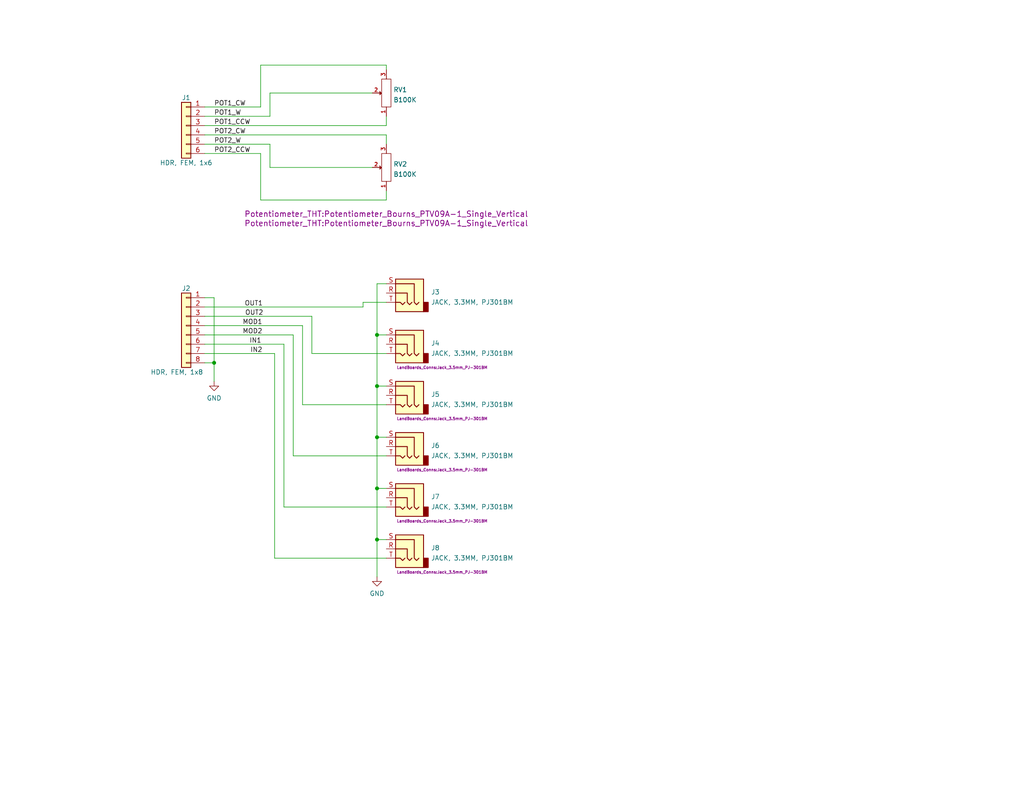
<source format=kicad_sch>
(kicad_sch (version 20211123) (generator eeschema)
  (paper "A")
  (title_block (date "2022-10-17"))
  (lib_symbols
    (symbol "Connector:AudioJack3"
      (property "Reference" "J" (at 0 8.89 0))
      (property "Value" "AudioJack3" (at 0 6.35 0))
      (symbol "AudioJack3_0_1"
        (rectangle (start -5.08 -5.08) (end -6.35 -2.54) (stroke (width 0.254)) (fill (type outline)))
        (polyline (pts (xy 0 -2.54) (xy 0.635 -3.175) (xy 1.27 -2.54) (xy 2.54 -2.54)) (stroke (width 0.254)))
        (polyline (pts (xy -1.905 -2.54) (xy -1.27 -3.175) (xy -0.635 -2.54) (xy -0.635 0) (xy 2.54 0)) (stroke (width 0.254)))
        (polyline (pts (xy 2.54 2.54) (xy -2.54 2.54) (xy -2.54 -2.54) (xy -3.175 -3.175) (xy -3.81 -2.54)) (stroke (width 0.254)))
        (rectangle (start 2.54 3.81) (end -5.08 -5.08) (stroke (width 0.254)) (fill (type background)))
      )
      (symbol "AudioJack3_1_1"
        (pin passive line (at 5.08 0 180) (length 2.54) (name "~") (number "R"))
        (pin passive line (at 5.08 2.54 180) (length 2.54) (name "~") (number "S"))
        (pin passive line (at 5.08 -2.54 180) (length 2.54) (name "~") (number "T"))
      )
    )
    (symbol "Connector_Generic:Conn_01x06" (pin_names (offset 1.016) hide)
      (property "Reference" "J" (at 0 7.62 0))
      (property "Value" "Conn_01x06" (at 0 -10.16 0))
      (symbol "Conn_01x06_1_1"
        (rectangle (start -1.27 -7.493) (end 0 -7.747) (stroke (width 0.1524)))
        (rectangle (start -1.27 -4.953) (end 0 -5.207) (stroke (width 0.1524)))
        (rectangle (start -1.27 -2.413) (end 0 -2.667) (stroke (width 0.1524)))
        (rectangle (start -1.27 0.127) (end 0 -0.127) (stroke (width 0.1524)))
        (rectangle (start -1.27 2.667) (end 0 2.413) (stroke (width 0.1524)))
        (rectangle (start -1.27 5.207) (end 0 4.953) (stroke (width 0.1524)))
        (rectangle (start -1.27 6.35) (end 1.27 -8.89) (stroke (width 0.254)) (fill (type background)))
        (pin passive line (at -5.08 5.08 0) (length 3.81) (name "Pin_1") (number "1"))
        (pin passive line (at -5.08 2.54 0) (length 3.81) (name "Pin_2") (number "2"))
        (pin passive line (at -5.08 0 0) (length 3.81) (name "Pin_3") (number "3"))
        (pin passive line (at -5.08 -2.54 0) (length 3.81) (name "Pin_4") (number "4"))
        (pin passive line (at -5.08 -5.08 0) (length 3.81) (name "Pin_5") (number "5"))
        (pin passive line (at -5.08 -7.62 0) (length 3.81) (name "Pin_6") (number "6"))
      )
    )
    (symbol "Connector_Generic:Conn_01x08" (pin_names (offset 1.016) hide)
      (property "Reference" "J" (at 0 10.16 0))
      (property "Value" "Conn_01x08" (at 0 -12.7 0))
      (symbol "Conn_01x08_1_1"
        (rectangle (start -1.27 -10.033) (end 0 -10.287) (stroke (width 0.1524)))
        (rectangle (start -1.27 -7.493) (end 0 -7.747) (stroke (width 0.1524)))
        (rectangle (start -1.27 -4.953) (end 0 -5.207) (stroke (width 0.1524)))
        (rectangle (start -1.27 -2.413) (end 0 -2.667) (stroke (width 0.1524)))
        (rectangle (start -1.27 0.127) (end 0 -0.127) (stroke (width 0.1524)))
        (rectangle (start -1.27 2.667) (end 0 2.413) (stroke (width 0.1524)))
        (rectangle (start -1.27 5.207) (end 0 4.953) (stroke (width 0.1524)))
        (rectangle (start -1.27 7.747) (end 0 7.493) (stroke (width 0.1524)))
        (rectangle (start -1.27 8.89) (end 1.27 -11.43) (stroke (width 0.254)) (fill (type background)))
        (pin passive line (at -5.08 7.62 0) (length 3.81) (name "Pin_1") (number "1"))
        (pin passive line (at -5.08 5.08 0) (length 3.81) (name "Pin_2") (number "2"))
        (pin passive line (at -5.08 2.54 0) (length 3.81) (name "Pin_3") (number "3"))
        (pin passive line (at -5.08 0 0) (length 3.81) (name "Pin_4") (number "4"))
        (pin passive line (at -5.08 -2.54 0) (length 3.81) (name "Pin_5") (number "5"))
        (pin passive line (at -5.08 -5.08 0) (length 3.81) (name "Pin_6") (number "6"))
        (pin passive line (at -5.08 -7.62 0) (length 3.81) (name "Pin_7") (number "7"))
        (pin passive line (at -5.08 -10.16 0) (length 3.81) (name "Pin_8") (number "8"))
      )
    )
    (symbol "LandBoards:POT" (pin_names (offset 1.016) hide)
      (property "Reference" "RV" (at 0 -2.54 0))
      (property "Value" "POT" (at 0 0 0))
      (symbol "POT_0_1"
        (rectangle (start -3.81 1.27) (end 3.81 -1.27))
        (polyline (pts (xy 0 1.27) (xy -0.508 1.778) (xy 0.508 1.778)) (fill (type outline)))
      )
      (symbol "POT_1_1"
        (pin passive line (at -6.35 0 0) (length 2.54) (name "1") (number "1"))
        (pin passive line (at 0 3.81 270) (length 2.032) (name "2") (number "2"))
        (pin passive line (at 6.35 0 180) (length 2.54) (name "3") (number "3"))
      )
    )
    (symbol "power:GND" (power) (pin_names (offset 0))
      (property "Value" "GND" (at 0 -3.81 0))
      (symbol "GND_0_1"
        (polyline (pts (xy 0 0) (xy 0 -1.27) (xy 1.27 -1.27) (xy 0 -2.54) (xy -1.27 -1.27) (xy 0 -1.27)))
      )
      (symbol "GND_1_1"
        (pin power_in line (at 0 0 270) (length 0) hide (name "GND") (number "1"))
      )
    )
  )
  (junction (at 102.87 147.32))
  (junction (at 102.87 119.38))
  (junction (at 102.87 105.41))
  (junction (at 58.42 99.06))
  (junction (at 102.87 133.35))
  (junction (at 102.87 91.44))
  (wire (pts (xy 71.12 54.61) (xy 105.41 54.61)))
  (wire (pts (xy 105.41 17.78) (xy 105.41 19.05)))
  (wire (pts (xy 102.87 133.35) (xy 105.41 133.35)))
  (wire (pts (xy 55.88 88.9) (xy 82.55 88.9)))
  (wire (pts (xy 80.01 91.44) (xy 80.01 124.46)))
  (wire (pts (xy 77.47 138.43) (xy 105.41 138.43)))
  (wire (pts (xy 85.09 86.36) (xy 85.09 96.52)))
  (wire (pts (xy 105.41 77.47) (xy 102.87 77.47)))
  (wire (pts (xy 102.87 147.32) (xy 102.87 157.48)))
  (wire (pts (xy 55.88 36.83) (xy 105.41 36.83)))
  (wire (pts (xy 102.87 105.41) (xy 105.41 105.41)))
  (wire (pts (xy 71.12 17.78) (xy 105.41 17.78)))
  (wire (pts (xy 102.87 105.41) (xy 102.87 119.38)))
  (wire (pts (xy 77.47 93.98) (xy 77.47 138.43)))
  (wire (pts (xy 102.87 119.38) (xy 102.87 133.35)))
  (wire (pts (xy 73.66 45.72) (xy 101.6 45.72)))
  (wire (pts (xy 58.42 99.06) (xy 55.88 99.06)))
  (wire (pts (xy 85.09 96.52) (xy 105.41 96.52)))
  (wire (pts (xy 55.88 34.29) (xy 105.41 34.29)))
  (wire (pts (xy 55.88 83.82) (xy 99.06 83.82)))
  (wire (pts (xy 55.88 86.36) (xy 85.09 86.36)))
  (wire (pts (xy 102.87 147.32) (xy 105.41 147.32)))
  (wire (pts (xy 55.88 81.28) (xy 58.42 81.28)))
  (wire (pts (xy 102.87 77.47) (xy 102.87 91.44)))
  (wire (pts (xy 55.88 93.98) (xy 77.47 93.98)))
  (wire (pts (xy 102.87 91.44) (xy 102.87 105.41)))
  (wire (pts (xy 80.01 124.46) (xy 105.41 124.46)))
  (wire (pts (xy 55.88 29.21) (xy 71.12 29.21)))
  (wire (pts (xy 102.87 133.35) (xy 102.87 147.32)))
  (wire (pts (xy 73.66 31.75) (xy 73.66 25.4)))
  (wire (pts (xy 82.55 88.9) (xy 82.55 110.49)))
  (wire (pts (xy 102.87 91.44) (xy 105.41 91.44)))
  (wire (pts (xy 71.12 29.21) (xy 71.12 17.78)))
  (wire (pts (xy 102.87 119.38) (xy 105.41 119.38)))
  (wire (pts (xy 99.06 83.82) (xy 99.06 82.55)))
  (wire (pts (xy 105.41 36.83) (xy 105.41 39.37)))
  (wire (pts (xy 74.93 152.4) (xy 105.41 152.4)))
  (wire (pts (xy 55.88 41.91) (xy 71.12 41.91)))
  (wire (pts (xy 105.41 54.61) (xy 105.41 52.07)))
  (wire (pts (xy 71.12 41.91) (xy 71.12 54.61)))
  (wire (pts (xy 74.93 96.52) (xy 74.93 152.4)))
  (wire (pts (xy 105.41 31.75) (xy 105.41 34.29)))
  (wire (pts (xy 58.42 99.06) (xy 58.42 104.14)))
  (wire (pts (xy 55.88 31.75) (xy 73.66 31.75)))
  (wire (pts (xy 55.88 39.37) (xy 73.66 39.37)))
  (wire (pts (xy 55.88 91.44) (xy 80.01 91.44)))
  (wire (pts (xy 99.06 82.55) (xy 105.41 82.55)))
  (wire (pts (xy 82.55 110.49) (xy 105.41 110.49)))
  (wire (pts (xy 74.93 96.52) (xy 55.88 96.52)))
  (wire (pts (xy 58.42 81.28) (xy 58.42 99.06)))
  (wire (pts (xy 73.66 39.37) (xy 73.66 45.72)))
  (wire (pts (xy 73.66 25.4) (xy 101.6 25.4)))
  (label "MOD1" (at 71.628 88.9 180))
  (label "IN2" (at 71.628 96.52 180))
  (label "IN1" (at 71.374 93.98 180))
  (label "POT2_CW" (at 58.42 36.83 0))
  (label "POT1_CW" (at 58.42 29.21 0))
  (label "POT2_W" (at 58.42 39.37 0))
  (label "OUT2" (at 71.882 86.36 180))
  (label "OUT1" (at 71.755 83.82 180))
  (label "MOD2" (at 71.628 91.44 180))
  (label "POT1_W" (at 58.42 31.75 0))
  (label "POT2_CCW" (at 58.42 41.91 0))
  (label "POT1_CCW" (at 58.42 34.29 0))
  (symbol (lib_id "Connector:AudioJack3") (at 110.49 149.86 0) (mirror y) (unit 1)
    (property "Reference" "J8" (at 117.602 149.5865 0) (effects (justify right)))
    (property "Value" "JACK, 3.3MM, PJ301BM" (at 117.602 152.3616 0) (effects (justify right)))
    (property "Footprint" "LandBoards_Conns:Jack_3.5mm_PJ-301BM" (at 120.65 156.21 0) (effects (font (size 0.762 0.762))))
  )
  (symbol (lib_id "power:GND") (at 102.87 157.48 0) (mirror y) (unit 1)
    (property "Reference" "#PWR0102" (effects hide))
    (property "Value" "GND" (at 102.87 162.0425 0))
  )
  (symbol (lib_id "power:GND") (at 58.42 104.14 0) (mirror y) (unit 1)
    (property "Reference" "#PWR0101" (effects hide))
    (property "Value" "GND" (at 58.42 108.7025 0))
  )
  (symbol (lib_id "LandBoards:POT") (at 105.41 45.72 90) (unit 1)
    (property "Reference" "RV2" (at 107.315 44.8115 90) (effects (justify right)))
    (property "Value" "B100K" (at 107.315 47.5866 90) (effects (justify right)))
    (property "Footprint" "Potentiometer_THT:Potentiometer_Bourns_PTV09A-1_Single_Vertical" (at 105.41 60.96 90) (effects (font (size 1.524 1.524))))
  )
  (symbol (lib_id "Connector:AudioJack3") (at 110.49 80.01 0) (mirror y) (unit 1)
    (property "Reference" "J3" (at 117.602 79.7365 0) (effects (justify right)))
    (property "Value" "JACK, 3.3MM, PJ301BM" (at 117.602 82.5116 0) (effects (justify right)))
    (property "Footprint" "LandBoards_Conns:Jack_3.5mm_PJ-301BM" (effects hide))
  )
  (symbol (lib_id "Connector:AudioJack3") (at 110.49 121.92 0) (mirror y) (unit 1)
    (property "Reference" "J6" (at 117.602 121.6465 0) (effects (justify right)))
    (property "Value" "JACK, 3.3MM, PJ301BM" (at 117.602 124.4216 0) (effects (justify right)))
    (property "Footprint" "LandBoards_Conns:Jack_3.5mm_PJ-301BM" (at 120.65 128.27 0) (effects (font (size 0.762 0.762))))
  )
  (symbol (lib_id "Connector:AudioJack3") (at 110.49 93.98 0) (mirror y) (unit 1)
    (property "Reference" "J4" (at 117.602 93.7065 0) (effects (justify right)))
    (property "Value" "JACK, 3.3MM, PJ301BM" (at 117.602 96.4816 0) (effects (justify right)))
    (property "Footprint" "LandBoards_Conns:Jack_3.5mm_PJ-301BM" (at 120.65 100.33 0) (effects (font (size 0.762 0.762))))
  )
  (symbol (lib_id "Connector_Generic:Conn_01x08") (at 50.8 88.9 0) (mirror y) (unit 1)
    (property "Reference" "J2" (at 50.8 78.74 0))
    (property "Value" "HDR, FEM, 1x8" (at 48.26 101.6 0))
    (property "Footprint" "Connector_PinSocket_2.54mm:PinSocket_1x08_P2.54mm_Vertical" (effects hide))
  )
  (symbol (lib_id "Connector:AudioJack3") (at 110.49 107.95 0) (mirror y) (unit 1)
    (property "Reference" "J5" (at 117.602 107.6765 0) (effects (justify right)))
    (property "Value" "JACK, 3.3MM, PJ301BM" (at 117.602 110.4516 0) (effects (justify right)))
    (property "Footprint" "LandBoards_Conns:Jack_3.5mm_PJ-301BM" (at 120.65 114.3 0) (effects (font (size 0.762 0.762))))
  )
  (symbol (lib_id "Connector_Generic:Conn_01x06") (at 50.8 34.29 0) (mirror y) (unit 1)
    (property "Reference" "J1" (at 50.8 26.67 0))
    (property "Value" "HDR, FEM, 1x6" (at 50.8 44.45 0))
    (property "Footprint" "Connector_PinSocket_2.54mm:PinSocket_1x06_P2.54mm_Vertical" (effects hide))
  )
  (symbol (lib_id "LandBoards:POT") (at 105.41 25.4 90) (unit 1)
    (property "Reference" "RV1" (at 107.315 24.4915 90) (effects (justify right)))
    (property "Value" "B100K" (at 107.315 27.2666 90) (effects (justify right)))
    (property "Footprint" "Potentiometer_THT:Potentiometer_Bourns_PTV09A-1_Single_Vertical" (at 105.41 58.42 90) (effects (font (size 1.524 1.524))))
  )
  (symbol (lib_id "Connector:AudioJack3") (at 110.49 135.89 0) (mirror y) (unit 1)
    (property "Reference" "J7" (at 117.602 135.6165 0) (effects (justify right)))
    (property "Value" "JACK, 3.3MM, PJ301BM" (at 117.602 138.3916 0) (effects (justify right)))
    (property "Footprint" "LandBoards_Conns:Jack_3.5mm_PJ-301BM" (at 120.65 142.24 0) (effects (font (size 0.762 0.762))))
  )
)
</source>
